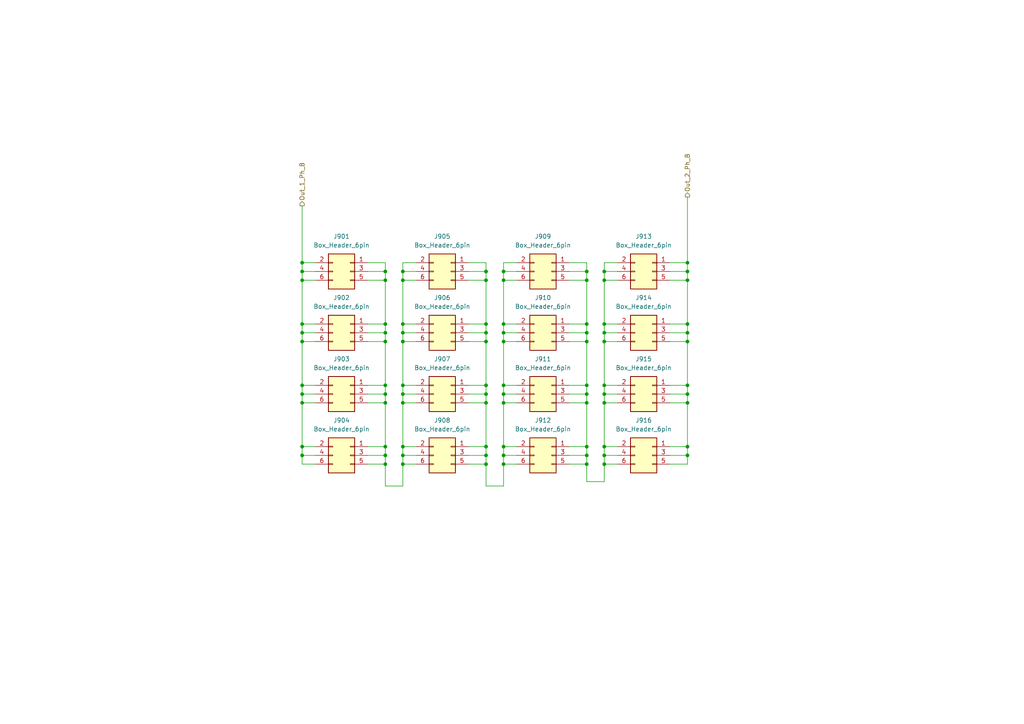
<source format=kicad_sch>
(kicad_sch (version 20250114) (generator "eeschema") (generator_version "9.0")
  (paper "A4")
  (lib_symbols
    (symbol "MYLIB_Misc:Box_Header_6pin" (pin_names (hide yes))
      (property "Reference" "J" (at 0 8.89 0))
      (property "Value" "Box_Header_6pin" (at 0 6.858 0))
      (symbol "Box_Header_6pin_1_1"
        (rectangle (start -3.81 5.08) (end 3.81 -5.08) (stroke (width 0.254)) (fill (type background)))
        (rectangle (start -3.81 2.667) (end -2.54 2.413) (stroke (width 0.1524)))
        (rectangle (start -3.81 0.127) (end -2.54 -0.127) (stroke (width 0.1524)))
        (rectangle (start -3.81 -2.413) (end -2.54 -2.667) (stroke (width 0.1524)))
        (rectangle (start 3.81 2.667) (end 2.54 2.413) (stroke (width 0.1524)))
        (rectangle (start 3.81 0.127) (end 2.54 -0.127) (stroke (width 0.1524)))
        (rectangle (start 3.81 -2.413) (end 2.54 -2.667) (stroke (width 0.1524)))
        (pin passive line (at -7.62 2.54 0) (length 3.81) (name "Pin_1") (number "1"))
        (pin passive line (at -7.62 0 0) (length 3.81) (name "Pin_3") (number "3"))
        (pin passive line (at -7.62 -2.54 0) (length 3.81) (name "Pin_5") (number "5"))
        (pin passive line (at 7.62 2.54 180) (length 3.81) (name "Pin_2") (number "2"))
        (pin passive line (at 7.62 0 180) (length 3.81) (name "Pin_4") (number "4"))
        (pin passive line (at 7.62 -2.54 180) (length 3.81) (name "Pin_6") (number "6"))
      )
    )
  )
  (junction (at 87.63 93.98))
  (junction (at 111.76 99.06))
  (junction (at 199.39 96.52))
  (junction (at 87.63 129.54))
  (junction (at 111.76 93.98))
  (junction (at 199.39 78.74))
  (junction (at 199.39 93.98))
  (junction (at 87.63 111.76))
  (junction (at 170.18 99.06))
  (junction (at 170.18 134.62))
  (junction (at 199.39 99.06))
  (junction (at 199.39 114.3))
  (junction (at 87.63 96.52))
  (junction (at 111.76 78.74))
  (junction (at 175.26 111.76))
  (junction (at 175.26 93.98))
  (junction (at 116.84 134.62))
  (junction (at 199.39 111.76))
  (junction (at 175.26 114.3))
  (junction (at 170.18 116.84))
  (junction (at 146.05 81.28))
  (junction (at 116.84 99.06))
  (junction (at 87.63 78.74))
  (junction (at 111.76 96.52))
  (junction (at 175.26 129.54))
  (junction (at 111.76 132.08))
  (junction (at 140.97 96.52))
  (junction (at 140.97 134.62))
  (junction (at 140.97 78.74))
  (junction (at 175.26 99.06))
  (junction (at 116.84 111.76))
  (junction (at 140.97 111.76))
  (junction (at 116.84 114.3))
  (junction (at 146.05 132.08))
  (junction (at 170.18 96.52))
  (junction (at 116.84 96.52))
  (junction (at 116.84 116.84))
  (junction (at 116.84 93.98))
  (junction (at 175.26 134.62))
  (junction (at 111.76 81.28))
  (junction (at 170.18 114.3))
  (junction (at 87.63 76.2))
  (junction (at 111.76 129.54))
  (junction (at 146.05 116.84))
  (junction (at 140.97 114.3))
  (junction (at 175.26 132.08))
  (junction (at 170.18 132.08))
  (junction (at 140.97 132.08))
  (junction (at 146.05 129.54))
  (junction (at 87.63 99.06))
  (junction (at 111.76 111.76))
  (junction (at 111.76 116.84))
  (junction (at 146.05 96.52))
  (junction (at 87.63 81.28))
  (junction (at 146.05 93.98))
  (junction (at 175.26 81.28))
  (junction (at 170.18 81.28))
  (junction (at 175.26 78.74))
  (junction (at 87.63 132.08))
  (junction (at 175.26 96.52))
  (junction (at 140.97 116.84))
  (junction (at 146.05 111.76))
  (junction (at 199.39 132.08))
  (junction (at 140.97 99.06))
  (junction (at 175.26 116.84))
  (junction (at 199.39 129.54))
  (junction (at 111.76 134.62))
  (junction (at 170.18 111.76))
  (junction (at 140.97 93.98))
  (junction (at 146.05 114.3))
  (junction (at 199.39 76.2))
  (junction (at 87.63 116.84))
  (junction (at 116.84 78.74))
  (junction (at 146.05 78.74))
  (junction (at 87.63 114.3))
  (junction (at 111.76 114.3))
  (junction (at 116.84 81.28))
  (junction (at 199.39 116.84))
  (junction (at 170.18 129.54))
  (junction (at 199.39 81.28))
  (junction (at 146.05 99.06))
  (junction (at 140.97 129.54))
  (junction (at 170.18 78.74))
  (junction (at 140.97 81.28))
  (junction (at 116.84 132.08))
  (junction (at 116.84 129.54))
  (junction (at 146.05 134.62))
  (junction (at 170.18 93.98))
  (wire (pts (xy 170.18 132.08) (xy 170.18 134.62)))
  (wire (pts (xy 175.26 132.08) (xy 175.26 134.62)))
  (wire (pts (xy 120.65 96.52) (xy 116.84 96.52)))
  (wire (pts (xy 165.1 116.84) (xy 170.18 116.84)))
  (wire (pts (xy 135.89 116.84) (xy 140.97 116.84)))
  (wire (pts (xy 111.76 111.76) (xy 111.76 114.3)))
  (wire (pts (xy 175.26 76.2) (xy 175.26 78.74)))
  (wire (pts (xy 111.76 140.97) (xy 116.84 140.97)))
  (wire (pts (xy 111.76 93.98) (xy 111.76 96.52)))
  (wire (pts (xy 170.18 93.98) (xy 170.18 96.52)))
  (wire (pts (xy 116.84 132.08) (xy 120.65 132.08)))
  (wire (pts (xy 106.68 129.54) (xy 111.76 129.54)))
  (wire (pts (xy 87.63 99.06) (xy 87.63 96.52)))
  (wire (pts (xy 179.07 96.52) (xy 175.26 96.52)))
  (wire (pts (xy 87.63 78.74) (xy 87.63 81.28)))
  (wire (pts (xy 179.07 99.06) (xy 175.26 99.06)))
  (wire (pts (xy 140.97 76.2) (xy 135.89 76.2)))
  (wire (pts (xy 106.68 134.62) (xy 111.76 134.62)))
  (wire (pts (xy 106.68 96.52) (xy 111.76 96.52)))
  (wire (pts (xy 199.39 116.84) (xy 199.39 129.54)))
  (wire (pts (xy 165.1 132.08) (xy 170.18 132.08)))
  (wire (pts (xy 120.65 129.54) (xy 116.84 129.54)))
  (wire (pts (xy 106.68 114.3) (xy 111.76 114.3)))
  (wire (pts (xy 116.84 111.76) (xy 116.84 114.3)))
  (wire (pts (xy 87.63 76.2) (xy 91.44 76.2)))
  (wire (pts (xy 149.86 81.28) (xy 146.05 81.28)))
  (wire (pts (xy 120.65 78.74) (xy 116.84 78.74)))
  (wire (pts (xy 170.18 81.28) (xy 170.18 93.98)))
  (wire (pts (xy 140.97 134.62) (xy 140.97 140.97)))
  (wire (pts (xy 175.26 93.98) (xy 175.26 81.28)))
  (wire (pts (xy 116.84 111.76) (xy 116.84 99.06)))
  (wire (pts (xy 91.44 81.28) (xy 87.63 81.28)))
  (wire (pts (xy 194.31 134.62) (xy 199.39 134.62)))
  (wire (pts (xy 146.05 76.2) (xy 149.86 76.2)))
  (wire (pts (xy 179.07 129.54) (xy 175.26 129.54)))
  (wire (pts (xy 116.84 96.52) (xy 116.84 93.98)))
  (wire (pts (xy 149.86 129.54) (xy 146.05 129.54)))
  (wire (pts (xy 194.31 93.98) (xy 199.39 93.98)))
  (wire (pts (xy 194.31 132.08) (xy 199.39 132.08)))
  (wire (pts (xy 91.44 99.06) (xy 87.63 99.06)))
  (wire (pts (xy 165.1 93.98) (xy 170.18 93.98)))
  (wire (pts (xy 175.26 96.52) (xy 175.26 93.98)))
  (wire (pts (xy 165.1 96.52) (xy 170.18 96.52)))
  (wire (pts (xy 170.18 129.54) (xy 170.18 132.08)))
  (wire (pts (xy 91.44 116.84) (xy 87.63 116.84)))
  (wire (pts (xy 170.18 139.7) (xy 175.26 139.7)))
  (wire (pts (xy 111.76 129.54) (xy 111.76 132.08)))
  (wire (pts (xy 149.86 96.52) (xy 146.05 96.52)))
  (wire (pts (xy 149.86 134.62) (xy 146.05 134.62)))
  (wire (pts (xy 149.86 111.76) (xy 146.05 111.76)))
  (wire (pts (xy 179.07 116.84) (xy 175.26 116.84)))
  (wire (pts (xy 170.18 116.84) (xy 170.18 129.54)))
  (wire (pts (xy 146.05 129.54) (xy 146.05 132.08)))
  (wire (pts (xy 106.68 78.74) (xy 111.76 78.74)))
  (wire (pts (xy 175.26 99.06) (xy 175.26 96.52)))
  (wire (pts (xy 111.76 76.2) (xy 106.68 76.2)))
  (wire (pts (xy 146.05 132.08) (xy 146.05 134.62)))
  (wire (pts (xy 175.26 114.3) (xy 175.26 116.84)))
  (wire (pts (xy 120.65 93.98) (xy 116.84 93.98)))
  (wire (pts (xy 106.68 93.98) (xy 111.76 93.98)))
  (wire (pts (xy 199.39 111.76) (xy 199.39 99.06)))
  (wire (pts (xy 116.84 99.06) (xy 116.84 96.52)))
  (wire (pts (xy 170.18 114.3) (xy 170.18 116.84)))
  (wire (pts (xy 135.89 81.28) (xy 140.97 81.28)))
  (wire (pts (xy 149.86 99.06) (xy 146.05 99.06)))
  (wire (pts (xy 116.84 78.74) (xy 116.84 81.28)))
  (wire (pts (xy 87.63 93.98) (xy 87.63 81.28)))
  (wire (pts (xy 120.65 99.06) (xy 116.84 99.06)))
  (wire (pts (xy 106.68 81.28) (xy 111.76 81.28)))
  (wire (pts (xy 87.63 132.08) (xy 87.63 134.62)))
  (wire (pts (xy 146.05 78.74) (xy 146.05 81.28)))
  (wire (pts (xy 194.31 96.52) (xy 199.39 96.52)))
  (wire (pts (xy 135.89 93.98) (xy 140.97 93.98)))
  (wire (pts (xy 175.26 78.74) (xy 175.26 81.28)))
  (wire (pts (xy 91.44 96.52) (xy 87.63 96.52)))
  (wire (pts (xy 146.05 111.76) (xy 146.05 99.06)))
  (wire (pts (xy 91.44 129.54) (xy 87.63 129.54)))
  (wire (pts (xy 106.68 116.84) (xy 111.76 116.84)))
  (wire (pts (xy 140.97 78.74) (xy 140.97 76.2)))
  (wire (pts (xy 175.26 111.76) (xy 175.26 114.3)))
  (wire (pts (xy 87.63 129.54) (xy 87.63 132.08)))
  (wire (pts (xy 179.07 81.28) (xy 175.26 81.28)))
  (wire (pts (xy 170.18 96.52) (xy 170.18 99.06)))
  (wire (pts (xy 165.1 114.3) (xy 170.18 114.3)))
  (wire (pts (xy 199.39 93.98) (xy 199.39 96.52)))
  (wire (pts (xy 146.05 111.76) (xy 146.05 114.3)))
  (wire (pts (xy 140.97 96.52) (xy 140.97 99.06)))
  (wire (pts (xy 111.76 78.74) (xy 111.76 76.2)))
  (wire (pts (xy 111.76 132.08) (xy 111.76 134.62)))
  (wire (pts (xy 91.44 78.74) (xy 87.63 78.74)))
  (wire (pts (xy 140.97 116.84) (xy 140.97 129.54)))
  (wire (pts (xy 199.39 57.15) (xy 199.39 76.2)))
  (wire (pts (xy 199.39 132.08) (xy 199.39 134.62)))
  (wire (pts (xy 175.26 129.54) (xy 175.26 132.08)))
  (wire (pts (xy 194.31 99.06) (xy 199.39 99.06)))
  (wire (pts (xy 194.31 129.54) (xy 199.39 129.54)))
  (wire (pts (xy 170.18 111.76) (xy 170.18 114.3)))
  (wire (pts (xy 87.63 132.08) (xy 91.44 132.08)))
  (wire (pts (xy 149.86 114.3) (xy 146.05 114.3)))
  (wire (pts (xy 116.84 129.54) (xy 116.84 116.84)))
  (wire (pts (xy 194.31 114.3) (xy 199.39 114.3)))
  (wire (pts (xy 87.63 129.54) (xy 87.63 116.84)))
  (wire (pts (xy 165.1 111.76) (xy 170.18 111.76)))
  (wire (pts (xy 179.07 93.98) (xy 175.26 93.98)))
  (wire (pts (xy 111.76 78.74) (xy 111.76 81.28)))
  (wire (pts (xy 199.39 111.76) (xy 199.39 114.3)))
  (wire (pts (xy 165.1 134.62) (xy 170.18 134.62)))
  (wire (pts (xy 146.05 96.52) (xy 146.05 93.98)))
  (wire (pts (xy 116.84 129.54) (xy 116.84 132.08)))
  (wire (pts (xy 165.1 129.54) (xy 170.18 129.54)))
  (wire (pts (xy 199.39 129.54) (xy 199.39 132.08)))
  (wire (pts (xy 179.07 114.3) (xy 175.26 114.3)))
  (wire (pts (xy 87.63 114.3) (xy 87.63 116.84)))
  (wire (pts (xy 170.18 76.2) (xy 165.1 76.2)))
  (wire (pts (xy 135.89 78.74) (xy 140.97 78.74)))
  (wire (pts (xy 116.84 76.2) (xy 120.65 76.2)))
  (wire (pts (xy 140.97 129.54) (xy 140.97 132.08)))
  (wire (pts (xy 135.89 96.52) (xy 140.97 96.52)))
  (wire (pts (xy 116.84 76.2) (xy 116.84 78.74)))
  (wire (pts (xy 116.84 114.3) (xy 116.84 116.84)))
  (wire (pts (xy 87.63 111.76) (xy 87.63 114.3)))
  (wire (pts (xy 135.89 134.62) (xy 140.97 134.62)))
  (wire (pts (xy 120.65 116.84) (xy 116.84 116.84)))
  (wire (pts (xy 179.07 111.76) (xy 175.26 111.76)))
  (wire (pts (xy 135.89 132.08) (xy 140.97 132.08)))
  (wire (pts (xy 146.05 132.08) (xy 149.86 132.08)))
  (wire (pts (xy 165.1 78.74) (xy 170.18 78.74)))
  (wire (pts (xy 199.39 114.3) (xy 199.39 116.84)))
  (wire (pts (xy 165.1 81.28) (xy 170.18 81.28)))
  (wire (pts (xy 120.65 134.62) (xy 116.84 134.62)))
  (wire (pts (xy 170.18 78.74) (xy 170.18 81.28)))
  (wire (pts (xy 140.97 93.98) (xy 140.97 96.52)))
  (wire (pts (xy 179.07 134.62) (xy 175.26 134.62)))
  (wire (pts (xy 194.31 111.76) (xy 199.39 111.76)))
  (wire (pts (xy 146.05 114.3) (xy 146.05 116.84)))
  (wire (pts (xy 111.76 116.84) (xy 111.76 129.54)))
  (wire (pts (xy 175.26 129.54) (xy 175.26 116.84)))
  (wire (pts (xy 194.31 116.84) (xy 199.39 116.84)))
  (wire (pts (xy 199.39 76.2) (xy 194.31 76.2)))
  (wire (pts (xy 146.05 93.98) (xy 146.05 81.28)))
  (wire (pts (xy 199.39 78.74) (xy 199.39 81.28)))
  (wire (pts (xy 194.31 78.74) (xy 199.39 78.74)))
  (wire (pts (xy 91.44 114.3) (xy 87.63 114.3)))
  (wire (pts (xy 87.63 59.69) (xy 87.63 76.2)))
  (wire (pts (xy 120.65 111.76) (xy 116.84 111.76)))
  (wire (pts (xy 116.84 93.98) (xy 116.84 81.28)))
  (wire (pts (xy 111.76 111.76) (xy 111.76 99.06)))
  (wire (pts (xy 140.97 111.76) (xy 140.97 99.06)))
  (wire (pts (xy 111.76 96.52) (xy 111.76 99.06)))
  (wire (pts (xy 179.07 78.74) (xy 175.26 78.74)))
  (wire (pts (xy 87.63 111.76) (xy 87.63 99.06)))
  (wire (pts (xy 111.76 81.28) (xy 111.76 93.98)))
  (wire (pts (xy 170.18 134.62) (xy 170.18 139.7)))
  (wire (pts (xy 199.39 96.52) (xy 199.39 99.06)))
  (wire (pts (xy 140.97 140.97) (xy 146.05 140.97)))
  (wire (pts (xy 135.89 114.3) (xy 140.97 114.3)))
  (wire (pts (xy 146.05 134.62) (xy 146.05 140.97)))
  (wire (pts (xy 175.26 111.76) (xy 175.26 99.06)))
  (wire (pts (xy 106.68 99.06) (xy 111.76 99.06)))
  (wire (pts (xy 146.05 99.06) (xy 146.05 96.52)))
  (wire (pts (xy 146.05 76.2) (xy 146.05 78.74)))
  (wire (pts (xy 140.97 81.28) (xy 140.97 93.98)))
  (wire (pts (xy 149.86 116.84) (xy 146.05 116.84)))
  (wire (pts (xy 120.65 114.3) (xy 116.84 114.3)))
  (wire (pts (xy 140.97 78.74) (xy 140.97 81.28)))
  (wire (pts (xy 87.63 96.52) (xy 87.63 93.98)))
  (wire (pts (xy 135.89 99.06) (xy 140.97 99.06)))
  (wire (pts (xy 199.39 78.74) (xy 199.39 76.2)))
  (wire (pts (xy 175.26 132.08) (xy 179.07 132.08)))
  (wire (pts (xy 135.89 111.76) (xy 140.97 111.76)))
  (wire (pts (xy 140.97 132.08) (xy 140.97 134.62)))
  (wire (pts (xy 91.44 134.62) (xy 87.63 134.62)))
  (wire (pts (xy 116.84 134.62) (xy 116.84 140.97)))
  (wire (pts (xy 149.86 78.74) (xy 146.05 78.74)))
  (wire (pts (xy 165.1 99.06) (xy 170.18 99.06)))
  (wire (pts (xy 140.97 114.3) (xy 140.97 116.84)))
  (wire (pts (xy 170.18 78.74) (xy 170.18 76.2)))
  (wire (pts (xy 116.84 132.08) (xy 116.84 134.62)))
  (wire (pts (xy 170.18 111.76) (xy 170.18 99.06)))
  (wire (pts (xy 149.86 93.98) (xy 146.05 93.98)))
  (wire (pts (xy 135.89 129.54) (xy 140.97 129.54)))
  (wire (pts (xy 199.39 81.28) (xy 199.39 93.98)))
  (wire (pts (xy 146.05 129.54) (xy 146.05 116.84)))
  (wire (pts (xy 175.26 139.7) (xy 175.26 134.62)))
  (wire (pts (xy 111.76 134.62) (xy 111.76 140.97)))
  (wire (pts (xy 194.31 81.28) (xy 199.39 81.28)))
  (wire (pts (xy 87.63 76.2) (xy 87.63 78.74)))
  (wire (pts (xy 120.65 81.28) (xy 116.84 81.28)))
  (wire (pts (xy 106.68 111.76) (xy 111.76 111.76)))
  (wire (pts (xy 106.68 132.08) (xy 111.76 132.08)))
  (wire (pts (xy 91.44 111.76) (xy 87.63 111.76)))
  (wire (pts (xy 140.97 111.76) (xy 140.97 114.3)))
  (wire (pts (xy 175.26 76.2) (xy 179.07 76.2)))
  (wire (pts (xy 111.76 114.3) (xy 111.76 116.84)))
  (wire (pts (xy 91.44 93.98) (xy 87.63 93.98)))
  (hierarchical_label "Out_2_Ph_B" (shape output) (at 199.39 57.15 90))
  (hierarchical_label "Out_1_Ph_B" (shape output) (at 87.63 59.69 90))
  (symbol (lib_id "MYLIB_Misc:Box_Header_6pin") (at 157.48 96.52 0) (mirror y) (unit 1)
    (property "Reference" "J910" (at 157.48 86.36 0))
    (property "Value" "Box_Header_6pin" (at 157.48 88.9 0))
    (property "Footprint" "Connector_IDC:IDC-Header_2x03_P2.54mm_Vertical" (effects (hide yes)))
    (property "Datasheet" "https://www.reichelt.de/de/de/shop/produkt/wannenstecker_6-polig_gewinkelt-105978" (effects (hide yes)))
    (property "Description" "Wannenstecker 6pin, THT Vertikal" (effects (hide yes)))
  )
  (symbol (lib_id "MYLIB_Misc:Box_Header_6pin") (at 128.27 132.08 0) (mirror y) (unit 1)
    (property "Reference" "J908" (at 128.27 121.92 0))
    (property "Value" "Box_Header_6pin" (at 128.27 124.46 0))
    (property "Footprint" "Connector_IDC:IDC-Header_2x03_P2.54mm_Vertical" (effects (hide yes)))
    (property "Datasheet" "https://www.reichelt.de/de/de/shop/produkt/wannenstecker_6-polig_gewinkelt-105978" (effects (hide yes)))
    (property "Description" "Wannenstecker 6pin, THT Vertikal" (effects (hide yes)))
  )
  (symbol (lib_id "MYLIB_Misc:Box_Header_6pin") (at 157.48 114.3 0) (mirror y) (unit 1)
    (property "Reference" "J911" (at 157.48 104.14 0))
    (property "Value" "Box_Header_6pin" (at 157.48 106.68 0))
    (property "Footprint" "Connector_IDC:IDC-Header_2x03_P2.54mm_Vertical" (effects (hide yes)))
    (property "Datasheet" "https://www.reichelt.de/de/de/shop/produkt/wannenstecker_6-polig_gewinkelt-105978" (effects (hide yes)))
    (property "Description" "Wannenstecker 6pin, THT Vertikal" (effects (hide yes)))
  )
  (symbol (lib_id "MYLIB_Misc:Box_Header_6pin") (at 128.27 114.3 0) (mirror y) (unit 1)
    (property "Reference" "J907" (at 128.27 104.14 0))
    (property "Value" "Box_Header_6pin" (at 128.27 106.68 0))
    (property "Footprint" "Connector_IDC:IDC-Header_2x03_P2.54mm_Vertical" (effects (hide yes)))
    (property "Datasheet" "https://www.reichelt.de/de/de/shop/produkt/wannenstecker_6-polig_gewinkelt-105978" (effects (hide yes)))
    (property "Description" "Wannenstecker 6pin, THT Vertikal" (effects (hide yes)))
  )
  (symbol (lib_id "MYLIB_Misc:Box_Header_6pin") (at 128.27 96.52 0) (mirror y) (unit 1)
    (property "Reference" "J906" (at 128.27 86.36 0))
    (property "Value" "Box_Header_6pin" (at 128.27 88.9 0))
    (property "Footprint" "Connector_IDC:IDC-Header_2x03_P2.54mm_Vertical" (effects (hide yes)))
    (property "Datasheet" "https://www.reichelt.de/de/de/shop/produkt/wannenstecker_6-polig_gewinkelt-105978" (effects (hide yes)))
    (property "Description" "Wannenstecker 6pin, THT Vertikal" (effects (hide yes)))
  )
  (symbol (lib_id "MYLIB_Misc:Box_Header_6pin") (at 128.27 78.74 0) (mirror y) (unit 1)
    (property "Reference" "J905" (at 128.27 68.58 0))
    (property "Value" "Box_Header_6pin" (at 128.27 71.12 0))
    (property "Footprint" "Connector_IDC:IDC-Header_2x03_P2.54mm_Vertical" (effects (hide yes)))
    (property "Datasheet" "https://www.reichelt.de/de/de/shop/produkt/wannenstecker_6-polig_gewinkelt-105978" (effects (hide yes)))
    (property "Description" "Wannenstecker 6pin, THT Vertikal" (effects (hide yes)))
  )
  (symbol (lib_id "MYLIB_Misc:Box_Header_6pin") (at 99.06 78.74 0) (mirror y) (unit 1)
    (property "Reference" "J901" (at 99.06 68.58 0))
    (property "Value" "Box_Header_6pin" (at 99.06 71.12 0))
    (property "Footprint" "Connector_IDC:IDC-Header_2x03_P2.54mm_Vertical" (effects (hide yes)))
    (property "Datasheet" "https://www.reichelt.de/de/de/shop/produkt/wannenstecker_6-polig_gewinkelt-105978" (effects (hide yes)))
    (property "Description" "Wannenstecker 6pin, THT Vertikal" (effects (hide yes)))
  )
  (symbol (lib_id "MYLIB_Misc:Box_Header_6pin") (at 186.69 132.08 0) (mirror y) (unit 1)
    (property "Reference" "J916" (at 186.69 121.92 0))
    (property "Value" "Box_Header_6pin" (at 186.69 124.46 0))
    (property "Footprint" "Connector_IDC:IDC-Header_2x03_P2.54mm_Vertical" (effects (hide yes)))
    (property "Datasheet" "https://www.reichelt.de/de/de/shop/produkt/wannenstecker_6-polig_gewinkelt-105978" (effects (hide yes)))
    (property "Description" "Wannenstecker 6pin, THT Vertikal" (effects (hide yes)))
  )
  (symbol (lib_id "MYLIB_Misc:Box_Header_6pin") (at 99.06 96.52 0) (mirror y) (unit 1)
    (property "Reference" "J902" (at 99.06 86.36 0))
    (property "Value" "Box_Header_6pin" (at 99.06 88.9 0))
    (property "Footprint" "Connector_IDC:IDC-Header_2x03_P2.54mm_Vertical" (effects (hide yes)))
    (property "Datasheet" "https://www.reichelt.de/de/de/shop/produkt/wannenstecker_6-polig_gewinkelt-105978" (effects (hide yes)))
    (property "Description" "Wannenstecker 6pin, THT Vertikal" (effects (hide yes)))
  )
  (symbol (lib_id "MYLIB_Misc:Box_Header_6pin") (at 99.06 132.08 0) (mirror y) (unit 1)
    (property "Reference" "J904" (at 99.06 121.92 0))
    (property "Value" "Box_Header_6pin" (at 99.06 124.46 0))
    (property "Footprint" "Connector_IDC:IDC-Header_2x03_P2.54mm_Vertical" (effects (hide yes)))
    (property "Datasheet" "https://www.reichelt.de/de/de/shop/produkt/wannenstecker_6-polig_gewinkelt-105978" (effects (hide yes)))
    (property "Description" "Wannenstecker 6pin, THT Vertikal" (effects (hide yes)))
  )
  (symbol (lib_id "MYLIB_Misc:Box_Header_6pin") (at 186.69 114.3 0) (mirror y) (unit 1)
    (property "Reference" "J915" (at 186.69 104.14 0))
    (property "Value" "Box_Header_6pin" (at 186.69 106.68 0))
    (property "Footprint" "Connector_IDC:IDC-Header_2x03_P2.54mm_Vertical" (effects (hide yes)))
    (property "Datasheet" "https://www.reichelt.de/de/de/shop/produkt/wannenstecker_6-polig_gewinkelt-105978" (effects (hide yes)))
    (property "Description" "Wannenstecker 6pin, THT Vertikal" (effects (hide yes)))
  )
  (symbol (lib_id "MYLIB_Misc:Box_Header_6pin") (at 186.69 96.52 0) (mirror y) (unit 1)
    (property "Reference" "J914" (at 186.69 86.36 0))
    (property "Value" "Box_Header_6pin" (at 186.69 88.9 0))
    (property "Footprint" "Connector_IDC:IDC-Header_2x03_P2.54mm_Vertical" (effects (hide yes)))
    (property "Datasheet" "https://www.reichelt.de/de/de/shop/produkt/wannenstecker_6-polig_gewinkelt-105978" (effects (hide yes)))
    (property "Description" "Wannenstecker 6pin, THT Vertikal" (effects (hide yes)))
  )
  (symbol (lib_id "MYLIB_Misc:Box_Header_6pin") (at 99.06 114.3 0) (mirror y) (unit 1)
    (property "Reference" "J903" (at 99.06 104.14 0))
    (property "Value" "Box_Header_6pin" (at 99.06 106.68 0))
    (property "Footprint" "Connector_IDC:IDC-Header_2x03_P2.54mm_Vertical" (effects (hide yes)))
    (property "Datasheet" "https://www.reichelt.de/de/de/shop/produkt/wannenstecker_6-polig_gewinkelt-105978" (effects (hide yes)))
    (property "Description" "Wannenstecker 6pin, THT Vertikal" (effects (hide yes)))
  )
  (symbol (lib_id "MYLIB_Misc:Box_Header_6pin") (at 157.48 78.74 0) (mirror y) (unit 1)
    (property "Reference" "J909" (at 157.48 68.58 0))
    (property "Value" "Box_Header_6pin" (at 157.48 71.12 0))
    (property "Footprint" "Connector_IDC:IDC-Header_2x03_P2.54mm_Vertical" (effects (hide yes)))
    (property "Datasheet" "https://www.reichelt.de/de/de/shop/produkt/wannenstecker_6-polig_gewinkelt-105978" (effects (hide yes)))
    (property "Description" "Wannenstecker 6pin, THT Vertikal" (effects (hide yes)))
  )
  (symbol (lib_id "MYLIB_Misc:Box_Header_6pin") (at 157.48 132.08 0) (mirror y) (unit 1)
    (property "Reference" "J912" (at 157.48 121.92 0))
    (property "Value" "Box_Header_6pin" (at 157.48 124.46 0))
    (property "Footprint" "Connector_IDC:IDC-Header_2x03_P2.54mm_Vertical" (effects (hide yes)))
    (property "Datasheet" "https://www.reichelt.de/de/de/shop/produkt/wannenstecker_6-polig_gewinkelt-105978" (effects (hide yes)))
    (property "Description" "Wannenstecker 6pin, THT Vertikal" (effects (hide yes)))
  )
  (symbol (lib_id "MYLIB_Misc:Box_Header_6pin") (at 186.69 78.74 0) (mirror y) (unit 1)
    (property "Reference" "J913" (at 186.69 68.58 0))
    (property "Value" "Box_Header_6pin" (at 186.69 71.12 0))
    (property "Footprint" "Connector_IDC:IDC-Header_2x03_P2.54mm_Vertical" (effects (hide yes)))
    (property "Datasheet" "https://www.reichelt.de/de/de/shop/produkt/wannenstecker_6-polig_gewinkelt-105978" (effects (hide yes)))
    (property "Description" "Wannenstecker 6pin, THT Vertikal" (effects (hide yes)))
  )
)
</source>
